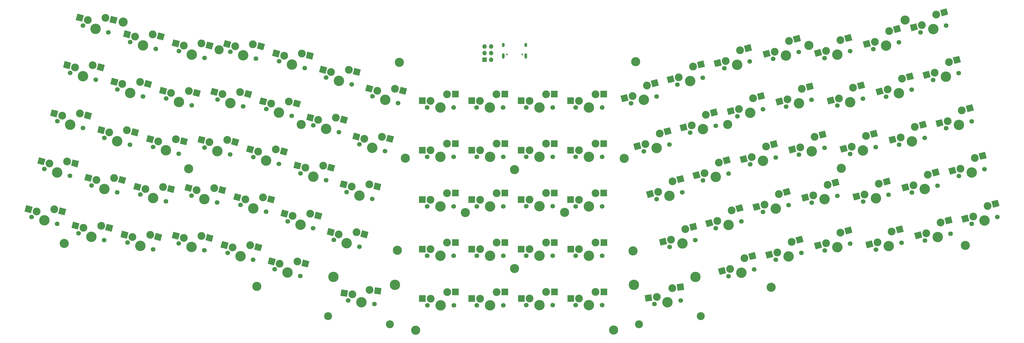
<source format=gbs>
G04 #@! TF.GenerationSoftware,KiCad,Pcbnew,(5.1.10)-1*
G04 #@! TF.CreationDate,2021-09-21T17:17:46+01:00*
G04 #@! TF.ProjectId,superlyra-hs,73757065-726c-4797-9261-2d68732e6b69,0.1*
G04 #@! TF.SameCoordinates,Original*
G04 #@! TF.FileFunction,Soldermask,Bot*
G04 #@! TF.FilePolarity,Negative*
%FSLAX46Y46*%
G04 Gerber Fmt 4.6, Leading zero omitted, Abs format (unit mm)*
G04 Created by KiCad (PCBNEW (5.1.10)-1) date 2021-09-21 17:17:46*
%MOMM*%
%LPD*%
G01*
G04 APERTURE LIST*
%ADD10C,1.800000*%
%ADD11C,3.000000*%
%ADD12C,0.100000*%
%ADD13C,4.000000*%
%ADD14C,3.048000*%
%ADD15C,3.987800*%
%ADD16R,1.700000X1.700000*%
%ADD17O,1.700000X1.700000*%
%ADD18O,1.000000X1.600000*%
%ADD19C,0.650000*%
%ADD20O,1.000000X2.100000*%
%ADD21C,3.500000*%
%ADD22R,2.550000X2.500000*%
G04 APERTURE END LIST*
D10*
G04 #@! TO.C,SW79*
X146093460Y-175866927D03*
D11*
X154311343Y-171824997D03*
X147684132Y-173514425D03*
D12*
G36*
X158876780Y-171124917D02*
G01*
X158550464Y-173603529D01*
X156022280Y-173270687D01*
X156348596Y-170792075D01*
X158876780Y-171124917D01*
G37*
G36*
X145953894Y-171985504D02*
G01*
X145627578Y-174464116D01*
X143099394Y-174131274D01*
X143425710Y-171652662D01*
X145953894Y-171985504D01*
G37*
D10*
X156166540Y-177193073D03*
D13*
X151130000Y-176530000D03*
D14*
X138382406Y-181897021D03*
D15*
X140371625Y-166787401D03*
D14*
X162054143Y-185013464D03*
D15*
X164043362Y-169903844D03*
G04 #@! TD*
D10*
G04 #@! TO.C,SW84*
X263568460Y-177193073D03*
D11*
X270460197Y-171161924D03*
X264496059Y-174509035D03*
D12*
G36*
X274688876Y-169304076D02*
G01*
X275015192Y-171782688D01*
X272487008Y-172115530D01*
X272160692Y-169636918D01*
X274688876Y-169304076D01*
G37*
G36*
X262429062Y-173480029D02*
G01*
X262755378Y-175958641D01*
X260227194Y-176291483D01*
X259900878Y-173812871D01*
X262429062Y-173480029D01*
G37*
D10*
X273641540Y-175866927D03*
D13*
X268605000Y-176530000D03*
D14*
X257680857Y-185013464D03*
D15*
X255691638Y-169903844D03*
D14*
X281352594Y-181897021D03*
D15*
X279363375Y-166787401D03*
G04 #@! TD*
D12*
G04 #@! TO.C,SW16*
G36*
X338871446Y-73425928D02*
G01*
X339518493Y-75840743D01*
X337055382Y-76500732D01*
X336408335Y-74085917D01*
X338871446Y-73425928D01*
G37*
D10*
X328875887Y-82698940D03*
X338689693Y-80069338D03*
D13*
X333782790Y-81384139D03*
D11*
X334921441Y-75819835D03*
X329445212Y-79916788D03*
D12*
G36*
X327261588Y-79166382D02*
G01*
X327908635Y-81581197D01*
X325445524Y-82241186D01*
X324798477Y-79826371D01*
X327261588Y-79166382D01*
G37*
G04 #@! TD*
D16*
G04 #@! TO.C,J2*
X198374000Y-83312000D03*
D17*
X200914000Y-83312000D03*
X198374000Y-80772000D03*
X200914000Y-80772000D03*
X198374000Y-78232000D03*
X200914000Y-78232000D03*
G04 #@! TD*
D18*
G04 #@! TO.C,J1*
X205621997Y-77690000D03*
D19*
X207051997Y-81340000D03*
D18*
X214261997Y-77690000D03*
D19*
X212831997Y-81340000D03*
D20*
X214261997Y-81870000D03*
X205621997Y-81870000D03*
G04 #@! TD*
D21*
G04 #@! TO.C,H1*
X59690000Y-68834000D03*
G04 #@! TD*
G04 #@! TO.C,H2*
X37084000Y-153924000D03*
G04 #@! TD*
G04 #@! TO.C,H3*
X96520000Y-79502000D03*
G04 #@! TD*
G04 #@! TO.C,H4*
X84836000Y-125222000D03*
G04 #@! TD*
G04 #@! TO.C,H5*
X110998000Y-170434000D03*
G04 #@! TD*
G04 #@! TO.C,H6*
X128016000Y-108204000D03*
G04 #@! TD*
G04 #@! TO.C,H7*
X168021000Y-121158000D03*
G04 #@! TD*
G04 #@! TO.C,H8*
X164973000Y-156591000D03*
G04 #@! TD*
G04 #@! TO.C,H9*
X171958000Y-187325000D03*
G04 #@! TD*
G04 #@! TO.C,H10*
X165735000Y-84328000D03*
G04 #@! TD*
G04 #@! TO.C,H11*
X256413000Y-84074000D03*
G04 #@! TD*
G04 #@! TO.C,H12*
X251968000Y-121285000D03*
G04 #@! TD*
G04 #@! TO.C,H13*
X255397000Y-156845000D03*
G04 #@! TD*
G04 #@! TO.C,H14*
X322834000Y-77851000D03*
G04 #@! TD*
G04 #@! TO.C,H15*
X247904000Y-187198000D03*
G04 #@! TD*
G04 #@! TO.C,H16*
X308356000Y-170815000D03*
G04 #@! TD*
G04 #@! TO.C,H17*
X335280000Y-125095000D03*
G04 #@! TD*
G04 #@! TO.C,H18*
X191008000Y-142113000D03*
G04 #@! TD*
G04 #@! TO.C,H19*
X291719000Y-108204000D03*
G04 #@! TD*
G04 #@! TO.C,H20*
X359791000Y-68072000D03*
G04 #@! TD*
G04 #@! TO.C,H21*
X209931000Y-163576000D03*
G04 #@! TD*
G04 #@! TO.C,H22*
X229108000Y-141986000D03*
G04 #@! TD*
G04 #@! TO.C,H23*
X382905000Y-154686000D03*
G04 #@! TD*
G04 #@! TO.C,H24*
X209931000Y-125603000D03*
G04 #@! TD*
D12*
G04 #@! TO.C,SW1*
G36*
X44630381Y-66312228D02*
G01*
X43983334Y-68727043D01*
X41520223Y-68067054D01*
X42167270Y-65652239D01*
X44630381Y-66312228D01*
G37*
D11*
X46146253Y-68053911D03*
X52937282Y-67243960D03*
D13*
X49169030Y-71493463D03*
D10*
X54075933Y-72808264D03*
X44262127Y-70178662D03*
D12*
G36*
X57555040Y-67145778D02*
G01*
X56907993Y-69560593D01*
X54444882Y-68900604D01*
X55091929Y-66485789D01*
X57555040Y-67145778D01*
G37*
G04 #@! TD*
G04 #@! TO.C,SW2*
G36*
X62788380Y-72667799D02*
G01*
X62141333Y-75082614D01*
X59678222Y-74422625D01*
X60325269Y-72007810D01*
X62788380Y-72667799D01*
G37*
D11*
X64304252Y-74409482D03*
X71095281Y-73599531D03*
D13*
X67327029Y-77849034D03*
D10*
X72233932Y-79163835D03*
X62420126Y-76534233D03*
D12*
G36*
X75713039Y-73501349D02*
G01*
X75065992Y-75916164D01*
X72602881Y-75256175D01*
X73249928Y-72841360D01*
X75713039Y-73501349D01*
G37*
G04 #@! TD*
G04 #@! TO.C,SW3*
G36*
X81484904Y-76177057D02*
G01*
X80837857Y-78591872D01*
X78374746Y-77931883D01*
X79021793Y-75517068D01*
X81484904Y-76177057D01*
G37*
D11*
X83000776Y-77918740D03*
X89791805Y-77108789D03*
D13*
X86023553Y-81358292D03*
D10*
X90930456Y-82673093D03*
X81116650Y-80043491D03*
D12*
G36*
X94409563Y-77010607D02*
G01*
X93762516Y-79425422D01*
X91299405Y-78765433D01*
X91946452Y-76350618D01*
X94409563Y-77010607D01*
G37*
G04 #@! TD*
G04 #@! TO.C,SW4*
G36*
X114120726Y-77279816D02*
G01*
X113473679Y-79694631D01*
X111010568Y-79034642D01*
X111657615Y-76619827D01*
X114120726Y-77279816D01*
G37*
D10*
X100827813Y-80312700D03*
X110641619Y-82942302D03*
D13*
X105734716Y-81627501D03*
D11*
X109502968Y-77377998D03*
X102711939Y-78187949D03*
D12*
G36*
X101196067Y-76446266D02*
G01*
X100549020Y-78861081D01*
X98085909Y-78201092D01*
X98732956Y-75786277D01*
X101196067Y-76446266D01*
G37*
G04 #@! TD*
G04 #@! TO.C,SW5*
G36*
X119968611Y-80051965D02*
G01*
X119321564Y-82466780D01*
X116858453Y-81806791D01*
X117505500Y-79391976D01*
X119968611Y-80051965D01*
G37*
D11*
X121484483Y-81793648D03*
X128275512Y-80983697D03*
D13*
X124507260Y-85233200D03*
D10*
X129414163Y-86548001D03*
X119600357Y-83918399D03*
D12*
G36*
X132893270Y-80885515D02*
G01*
X132246223Y-83300330D01*
X129783112Y-82640341D01*
X130430159Y-80225526D01*
X132893270Y-80885515D01*
G37*
G04 #@! TD*
G04 #@! TO.C,SW6*
G36*
X150917812Y-87138934D02*
G01*
X150270765Y-89553749D01*
X147807654Y-88893760D01*
X148454701Y-86478945D01*
X150917812Y-87138934D01*
G37*
D10*
X137624899Y-90171818D03*
X147438705Y-92801420D03*
D13*
X142531802Y-91486619D03*
D11*
X146300054Y-87237116D03*
X139509025Y-88047067D03*
D12*
G36*
X137993153Y-86305384D02*
G01*
X137346106Y-88720199D01*
X134882995Y-88060210D01*
X135530042Y-85645395D01*
X137993153Y-86305384D01*
G37*
G04 #@! TD*
G04 #@! TO.C,SW7*
G36*
X155733458Y-93554203D02*
G01*
X155086411Y-95969018D01*
X152623300Y-95309029D01*
X153270347Y-92894214D01*
X155733458Y-93554203D01*
G37*
D11*
X157249330Y-95295886D03*
X164040359Y-94485935D03*
D13*
X160272107Y-98735438D03*
D10*
X165179010Y-100050239D03*
X155365204Y-97420637D03*
D12*
G36*
X168658117Y-94387753D02*
G01*
X168011070Y-96802568D01*
X165547959Y-96142579D01*
X166195006Y-93727764D01*
X168658117Y-94387753D01*
G37*
G04 #@! TD*
D22*
G04 #@! TO.C,SW8*
X187180027Y-96548860D03*
D10*
X176400027Y-101668860D03*
X186560027Y-101668860D03*
D13*
X181480027Y-101668860D03*
D11*
X184020027Y-96588860D03*
X177670027Y-99128860D03*
D22*
X174480027Y-99088860D03*
G04 #@! TD*
G04 #@! TO.C,SW9*
X193463938Y-99089622D03*
D11*
X196653938Y-99129622D03*
X203003938Y-96589622D03*
D13*
X200463938Y-101669622D03*
D10*
X205543938Y-101669622D03*
X195383938Y-101669622D03*
D22*
X206163938Y-96549622D03*
G04 #@! TD*
G04 #@! TO.C,SW10*
X225168099Y-96549850D03*
D10*
X214388099Y-101669850D03*
X224548099Y-101669850D03*
D13*
X219468099Y-101669850D03*
D11*
X222008099Y-96589850D03*
X215658099Y-99129850D03*
D22*
X212468099Y-99089850D03*
G04 #@! TD*
G04 #@! TO.C,SW11*
X231456946Y-99089702D03*
D11*
X234646946Y-99129702D03*
X240996946Y-96589702D03*
D13*
X238456946Y-101669702D03*
D10*
X243536946Y-101669702D03*
X233376946Y-101669702D03*
D22*
X244156946Y-96549702D03*
G04 #@! TD*
D12*
G04 #@! TO.C,SW12*
G36*
X264631579Y-90820404D02*
G01*
X265278626Y-93235219D01*
X262815515Y-93895208D01*
X262168468Y-91480393D01*
X264631579Y-90820404D01*
G37*
D10*
X254636020Y-100093416D03*
X264449826Y-97463814D03*
D13*
X259542923Y-98778615D03*
D11*
X260681574Y-93214311D03*
X255205345Y-97311264D03*
D12*
G36*
X253021721Y-96560858D02*
G01*
X253668768Y-98975673D01*
X251205657Y-99635662D01*
X250558610Y-97220847D01*
X253021721Y-96560858D01*
G37*
G04 #@! TD*
G04 #@! TO.C,SW13*
G36*
X282351671Y-83592802D02*
G01*
X282998718Y-86007617D01*
X280535607Y-86667606D01*
X279888560Y-84252791D01*
X282351671Y-83592802D01*
G37*
D10*
X272356112Y-92865814D03*
X282169918Y-90236212D03*
D13*
X277263015Y-91551013D03*
D11*
X278401666Y-85986709D03*
X272925437Y-90083662D03*
D12*
G36*
X270741813Y-89333256D02*
G01*
X271388860Y-91748071D01*
X268925749Y-92408060D01*
X268278702Y-89993245D01*
X270741813Y-89333256D01*
G37*
G04 #@! TD*
G04 #@! TO.C,SW14*
G36*
X300387679Y-77340187D02*
G01*
X301034726Y-79755002D01*
X298571615Y-80414991D01*
X297924568Y-78000176D01*
X300387679Y-77340187D01*
G37*
D10*
X290392120Y-86613199D03*
X300205926Y-83983597D03*
D13*
X295299023Y-85298398D03*
D11*
X296437674Y-79734094D03*
X290961445Y-83831047D03*
D12*
G36*
X288777821Y-83080641D02*
G01*
X289424868Y-85495456D01*
X286961757Y-86155445D01*
X286314710Y-83740630D01*
X288777821Y-83080641D01*
G37*
G04 #@! TD*
G04 #@! TO.C,SW15*
G36*
X307562762Y-79498229D02*
G01*
X308209809Y-81913044D01*
X305746698Y-82573033D01*
X305099651Y-80158218D01*
X307562762Y-79498229D01*
G37*
D11*
X309746386Y-80248635D03*
X315222615Y-76151682D03*
D13*
X314083964Y-81715986D03*
D10*
X318990867Y-80401185D03*
X309177061Y-83030787D03*
D12*
G36*
X319172620Y-73757775D02*
G01*
X319819667Y-76172590D01*
X317356556Y-76832579D01*
X316709509Y-74417764D01*
X319172620Y-73757775D01*
G37*
G04 #@! TD*
G04 #@! TO.C,SW17*
G36*
X345996564Y-75714233D02*
G01*
X346643611Y-78129048D01*
X344180500Y-78789037D01*
X343533453Y-76374222D01*
X345996564Y-75714233D01*
G37*
D11*
X348180188Y-76464639D03*
X353656417Y-72367686D03*
D13*
X352517766Y-77931990D03*
D10*
X357424669Y-76617189D03*
X347610863Y-79246791D03*
D12*
G36*
X357606422Y-69973779D02*
G01*
X358253469Y-72388594D01*
X355790358Y-73048583D01*
X355143311Y-70633768D01*
X357606422Y-69973779D01*
G37*
G04 #@! TD*
G04 #@! TO.C,SW18*
G36*
X375668117Y-63581490D02*
G01*
X376315164Y-65996305D01*
X373852053Y-66656294D01*
X373205006Y-64241479D01*
X375668117Y-63581490D01*
G37*
D10*
X365672558Y-72854502D03*
X375486364Y-70224900D03*
D13*
X370579461Y-71539701D03*
D11*
X371718112Y-65975397D03*
X366241883Y-70072350D03*
D12*
G36*
X364058259Y-69321944D02*
G01*
X364705306Y-71736759D01*
X362242195Y-72396748D01*
X361595148Y-69981933D01*
X364058259Y-69321944D01*
G37*
G04 #@! TD*
G04 #@! TO.C,SW19*
G36*
X39761844Y-84541209D02*
G01*
X39114797Y-86956024D01*
X36651686Y-86296035D01*
X37298733Y-83881220D01*
X39761844Y-84541209D01*
G37*
D11*
X41277716Y-86282892D03*
X48068745Y-85472941D03*
D13*
X44300493Y-89722444D03*
D10*
X49207396Y-91037245D03*
X39393590Y-88407643D03*
D12*
G36*
X52686503Y-85374759D02*
G01*
X52039456Y-87789574D01*
X49576345Y-87129585D01*
X50223392Y-84714770D01*
X52686503Y-85374759D01*
G37*
G04 #@! TD*
G04 #@! TO.C,SW20*
G36*
X70816272Y-91767485D02*
G01*
X70169225Y-94182300D01*
X67706114Y-93522311D01*
X68353161Y-91107496D01*
X70816272Y-91767485D01*
G37*
D10*
X57523359Y-94800369D03*
X67337165Y-97429971D03*
D13*
X62430262Y-96115170D03*
D11*
X66198514Y-91865667D03*
X59407485Y-92675618D03*
D12*
G36*
X57891613Y-90933935D02*
G01*
X57244566Y-93348750D01*
X54781455Y-92688761D01*
X55428502Y-90273946D01*
X57891613Y-90933935D01*
G37*
G04 #@! TD*
G04 #@! TO.C,SW21*
G36*
X76592522Y-94403940D02*
G01*
X75945475Y-96818755D01*
X73482364Y-96158766D01*
X74129411Y-93743951D01*
X76592522Y-94403940D01*
G37*
D11*
X78108394Y-96145623D03*
X84899423Y-95335672D03*
D13*
X81131171Y-99585175D03*
D10*
X86038074Y-100899976D03*
X76224268Y-98270374D03*
D12*
G36*
X89517181Y-95237490D02*
G01*
X88870134Y-97652305D01*
X86407023Y-96992316D01*
X87054070Y-94577501D01*
X89517181Y-95237490D01*
G37*
G04 #@! TD*
G04 #@! TO.C,SW22*
G36*
X109207394Y-95648865D02*
G01*
X108560347Y-98063680D01*
X106097236Y-97403691D01*
X106744283Y-94988876D01*
X109207394Y-95648865D01*
G37*
D10*
X95914481Y-98681749D03*
X105728287Y-101311351D03*
D13*
X100821384Y-99996550D03*
D11*
X104589636Y-95747047D03*
X97798607Y-96556998D03*
D12*
G36*
X96282735Y-94815315D02*
G01*
X95635688Y-97230130D01*
X93172577Y-96570141D01*
X93819624Y-94155326D01*
X96282735Y-94815315D01*
G37*
G04 #@! TD*
G04 #@! TO.C,SW23*
G36*
X114986904Y-98469176D02*
G01*
X114339857Y-100883991D01*
X111876746Y-100224002D01*
X112523793Y-97809187D01*
X114986904Y-98469176D01*
G37*
D11*
X116502776Y-100210859D03*
X123293805Y-99400908D03*
D13*
X119525553Y-103650411D03*
D10*
X124432456Y-104965212D03*
X114618650Y-102335610D03*
D12*
G36*
X127911563Y-99302726D02*
G01*
X127264516Y-101717541D01*
X124801405Y-101057552D01*
X125448452Y-98642737D01*
X127911563Y-99302726D01*
G37*
G04 #@! TD*
G04 #@! TO.C,SW24*
G36*
X133063055Y-104701671D02*
G01*
X132416008Y-107116486D01*
X129952897Y-106456497D01*
X130599944Y-104041682D01*
X133063055Y-104701671D01*
G37*
D11*
X134578927Y-106443354D03*
X141369956Y-105633403D03*
D13*
X137601704Y-109882906D03*
D10*
X142508607Y-111197707D03*
X132694801Y-108568105D03*
D12*
G36*
X145987714Y-105535221D02*
G01*
X145340667Y-107950036D01*
X142877556Y-107290047D01*
X143524603Y-104875232D01*
X145987714Y-105535221D01*
G37*
G04 #@! TD*
G04 #@! TO.C,SW25*
G36*
X163680964Y-112833095D02*
G01*
X163033917Y-115247910D01*
X160570806Y-114587921D01*
X161217853Y-112173106D01*
X163680964Y-112833095D01*
G37*
D10*
X150388051Y-115865979D03*
X160201857Y-118495581D03*
D13*
X155294954Y-117180780D03*
D11*
X159063206Y-112931277D03*
X152272177Y-113741228D03*
D12*
G36*
X150756305Y-111999545D02*
G01*
X150109258Y-114414360D01*
X147646147Y-113754371D01*
X148293194Y-111339556D01*
X150756305Y-111999545D01*
G37*
G04 #@! TD*
D22*
G04 #@! TO.C,SW26*
X174482461Y-118107059D03*
D11*
X177672461Y-118147059D03*
X184022461Y-115607059D03*
D13*
X181482461Y-120687059D03*
D10*
X186562461Y-120687059D03*
X176402461Y-120687059D03*
D22*
X187182461Y-115567059D03*
G04 #@! TD*
G04 #@! TO.C,SW27*
X206169234Y-115568156D03*
D10*
X195389234Y-120688156D03*
X205549234Y-120688156D03*
D13*
X200469234Y-120688156D03*
D11*
X203009234Y-115608156D03*
X196659234Y-118148156D03*
D22*
X193469234Y-118108156D03*
G04 #@! TD*
G04 #@! TO.C,SW28*
X212459244Y-118108139D03*
D11*
X215649244Y-118148139D03*
X221999244Y-115608139D03*
D13*
X219459244Y-120688139D03*
D10*
X224539244Y-120688139D03*
X214379244Y-120688139D03*
D22*
X225159244Y-115568139D03*
G04 #@! TD*
G04 #@! TO.C,SW29*
X244140303Y-115568345D03*
D10*
X233360303Y-120688345D03*
X243520303Y-120688345D03*
D13*
X238440303Y-120688345D03*
D11*
X240980303Y-115608345D03*
X234630303Y-118148345D03*
D22*
X231440303Y-118108345D03*
G04 #@! TD*
D12*
G04 #@! TO.C,SW30*
G36*
X257931094Y-115031776D02*
G01*
X258578141Y-117446591D01*
X256115030Y-118106580D01*
X255467983Y-115691765D01*
X257931094Y-115031776D01*
G37*
D11*
X260114718Y-115782182D03*
X265590947Y-111685229D03*
D13*
X264452296Y-117249533D03*
D10*
X269359199Y-115934732D03*
X259545393Y-118564334D03*
D12*
G36*
X269540952Y-109291322D02*
G01*
X270187999Y-111706137D01*
X267724888Y-112366126D01*
X267077841Y-109951311D01*
X269540952Y-109291322D01*
G37*
G04 #@! TD*
G04 #@! TO.C,SW31*
G36*
X287293065Y-102076025D02*
G01*
X287940112Y-104490840D01*
X285477001Y-105150829D01*
X284829954Y-102736014D01*
X287293065Y-102076025D01*
G37*
D10*
X277297506Y-111349037D03*
X287111312Y-108719435D03*
D13*
X282204409Y-110034236D03*
D11*
X283343060Y-104469932D03*
X277866831Y-108566885D03*
D12*
G36*
X275683207Y-107816479D02*
G01*
X276330254Y-110231294D01*
X273867143Y-110891283D01*
X273220096Y-108476468D01*
X275683207Y-107816479D01*
G37*
G04 #@! TD*
G04 #@! TO.C,SW32*
G36*
X293790713Y-101518455D02*
G01*
X294437760Y-103933270D01*
X291974649Y-104593259D01*
X291327602Y-102178444D01*
X293790713Y-101518455D01*
G37*
D11*
X295974337Y-102268861D03*
X301450566Y-98171908D03*
D13*
X300311915Y-103736212D03*
D10*
X305218818Y-102421411D03*
X295405012Y-105051013D03*
D12*
G36*
X305400571Y-95778001D02*
G01*
X306047618Y-98192816D01*
X303584507Y-98852805D01*
X302937460Y-96437990D01*
X305400571Y-95778001D01*
G37*
G04 #@! TD*
G04 #@! TO.C,SW33*
G36*
X324093379Y-92102567D02*
G01*
X324740426Y-94517382D01*
X322277315Y-95177371D01*
X321630268Y-92762556D01*
X324093379Y-92102567D01*
G37*
D10*
X314097820Y-101375579D03*
X323911626Y-98745977D03*
D13*
X319004723Y-100060778D03*
D11*
X320143374Y-94496474D03*
X314667145Y-98593427D03*
D12*
G36*
X312483521Y-97843021D02*
G01*
X313130568Y-100257836D01*
X310667457Y-100917825D01*
X310020410Y-98503010D01*
X312483521Y-97843021D01*
G37*
G04 #@! TD*
G04 #@! TO.C,SW34*
G36*
X343766083Y-91707360D02*
G01*
X344413130Y-94122175D01*
X341950019Y-94782164D01*
X341302972Y-92367349D01*
X343766083Y-91707360D01*
G37*
D10*
X333770524Y-100980372D03*
X343584330Y-98350770D03*
D13*
X338677427Y-99665571D03*
D11*
X339816078Y-94101267D03*
X334339849Y-98198220D03*
D12*
G36*
X332156225Y-97447814D02*
G01*
X332803272Y-99862629D01*
X330340161Y-100522618D01*
X329693114Y-98107803D01*
X332156225Y-97447814D01*
G37*
G04 #@! TD*
G04 #@! TO.C,SW35*
G36*
X362514463Y-88243036D02*
G01*
X363161510Y-90657851D01*
X360698399Y-91317840D01*
X360051352Y-88903025D01*
X362514463Y-88243036D01*
G37*
D10*
X352518904Y-97516048D03*
X362332710Y-94886446D03*
D13*
X357425807Y-96201247D03*
D11*
X358564458Y-90636943D03*
X353088229Y-94733896D03*
D12*
G36*
X350904605Y-93983490D02*
G01*
X351551652Y-96398305D01*
X349088541Y-97058294D01*
X348441494Y-94643479D01*
X350904605Y-93983490D01*
G37*
G04 #@! TD*
G04 #@! TO.C,SW36*
G36*
X368936421Y-87592815D02*
G01*
X369583468Y-90007630D01*
X367120357Y-90667619D01*
X366473310Y-88252804D01*
X368936421Y-87592815D01*
G37*
D11*
X371120045Y-88343221D03*
X376596274Y-84246268D03*
D13*
X375457623Y-89810572D03*
D10*
X380364526Y-88495771D03*
X370550720Y-91125373D03*
D12*
G36*
X380546279Y-81852361D02*
G01*
X381193326Y-84267176D01*
X378730215Y-84927165D01*
X378083168Y-82512350D01*
X380546279Y-81852361D01*
G37*
G04 #@! TD*
G04 #@! TO.C,SW37*
G36*
X47754997Y-103922123D02*
G01*
X47107950Y-106336938D01*
X44644839Y-105676949D01*
X45291886Y-103262134D01*
X47754997Y-103922123D01*
G37*
D10*
X34462084Y-106955007D03*
X44275890Y-109584609D03*
D13*
X39368987Y-108269808D03*
D11*
X43137239Y-104020305D03*
X36346210Y-104830256D03*
D12*
G36*
X34830338Y-103088573D02*
G01*
X34183291Y-105503388D01*
X31720180Y-104843399D01*
X32367227Y-102428584D01*
X34830338Y-103088573D01*
G37*
G04 #@! TD*
G04 #@! TO.C,SW38*
G36*
X52880918Y-109506320D02*
G01*
X52233871Y-111921135D01*
X49770760Y-111261146D01*
X50417807Y-108846331D01*
X52880918Y-109506320D01*
G37*
D11*
X54396790Y-111248003D03*
X61187819Y-110438052D03*
D13*
X57419567Y-114687555D03*
D10*
X62326470Y-116002356D03*
X52512664Y-113372754D03*
D12*
G36*
X65805577Y-110339870D02*
G01*
X65158530Y-112754685D01*
X62695419Y-112094696D01*
X63342466Y-109679881D01*
X65805577Y-110339870D01*
G37*
G04 #@! TD*
G04 #@! TO.C,SW39*
G36*
X84555292Y-113798125D02*
G01*
X83908245Y-116212940D01*
X81445134Y-115552951D01*
X82092181Y-113138136D01*
X84555292Y-113798125D01*
G37*
D10*
X71262379Y-116831009D03*
X81076185Y-119460611D03*
D13*
X76169282Y-118145810D03*
D11*
X79937534Y-113896307D03*
X73146505Y-114706258D03*
D12*
G36*
X71630633Y-112964575D02*
G01*
X70983586Y-115379390D01*
X68520475Y-114719401D01*
X69167522Y-112304586D01*
X71630633Y-112964575D01*
G37*
G04 #@! TD*
G04 #@! TO.C,SW40*
G36*
X91328933Y-113254222D02*
G01*
X90681886Y-115669037D01*
X88218775Y-115009048D01*
X88865822Y-112594233D01*
X91328933Y-113254222D01*
G37*
D11*
X92844805Y-114995905D03*
X99635834Y-114185954D03*
D13*
X95867582Y-118435457D03*
D10*
X100774485Y-119750258D03*
X90960679Y-117120656D03*
D12*
G36*
X104253592Y-114087772D02*
G01*
X103606545Y-116502587D01*
X101143434Y-115842598D01*
X101790481Y-113427783D01*
X104253592Y-114087772D01*
G37*
G04 #@! TD*
G04 #@! TO.C,SW41*
G36*
X122934012Y-117722210D02*
G01*
X122286965Y-120137025D01*
X119823854Y-119477036D01*
X120470901Y-117062221D01*
X122934012Y-117722210D01*
G37*
D10*
X109641099Y-120755094D03*
X119454905Y-123384696D03*
D13*
X114548002Y-122069895D03*
D11*
X118316254Y-117820392D03*
X111525225Y-118630343D03*
D12*
G36*
X110009353Y-116888660D02*
G01*
X109362306Y-119303475D01*
X106899195Y-118643486D01*
X107546242Y-116228671D01*
X110009353Y-116888660D01*
G37*
G04 #@! TD*
G04 #@! TO.C,SW42*
G36*
X128159991Y-123119357D02*
G01*
X127512944Y-125534172D01*
X125049833Y-124874183D01*
X125696880Y-122459368D01*
X128159991Y-123119357D01*
G37*
D11*
X129675863Y-124861040D03*
X136466892Y-124051089D03*
D13*
X132698640Y-128300592D03*
D10*
X137605543Y-129615393D03*
X127791737Y-126985791D03*
D12*
G36*
X141084650Y-123952907D02*
G01*
X140437603Y-126367722D01*
X137974492Y-125707733D01*
X138621539Y-123292918D01*
X141084650Y-123952907D01*
G37*
G04 #@! TD*
G04 #@! TO.C,SW43*
G36*
X158798991Y-131183346D02*
G01*
X158151944Y-133598161D01*
X155688833Y-132938172D01*
X156335880Y-130523357D01*
X158798991Y-131183346D01*
G37*
D10*
X145506078Y-134216230D03*
X155319884Y-136845832D03*
D13*
X150412981Y-135531031D03*
D11*
X154181233Y-131281528D03*
X147390204Y-132091479D03*
D12*
G36*
X145874332Y-130349796D02*
G01*
X145227285Y-132764611D01*
X142764174Y-132104622D01*
X143411221Y-129689807D01*
X145874332Y-130349796D01*
G37*
G04 #@! TD*
D22*
G04 #@! TO.C,SW44*
X174479982Y-137117890D03*
D11*
X177669982Y-137157890D03*
X184019982Y-134617890D03*
D13*
X181479982Y-139697890D03*
D10*
X186559982Y-139697890D03*
X176399982Y-139697890D03*
D22*
X187179982Y-134577890D03*
G04 #@! TD*
G04 #@! TO.C,SW45*
X193481210Y-137109145D03*
D11*
X196671210Y-137149145D03*
X203021210Y-134609145D03*
D13*
X200481210Y-139689145D03*
D10*
X205561210Y-139689145D03*
X195401210Y-139689145D03*
D22*
X206181210Y-134569145D03*
G04 #@! TD*
G04 #@! TO.C,SW46*
X212457600Y-137097803D03*
D11*
X215647600Y-137137803D03*
X221997600Y-134597803D03*
D13*
X219457600Y-139677803D03*
D10*
X224537600Y-139677803D03*
X214377600Y-139677803D03*
D22*
X225157600Y-134557803D03*
G04 #@! TD*
G04 #@! TO.C,SW47*
X244154704Y-134564832D03*
D10*
X233374704Y-139684832D03*
X243534704Y-139684832D03*
D13*
X238454704Y-139684832D03*
D11*
X240994704Y-134604832D03*
X234644704Y-137144832D03*
D22*
X231454704Y-137104832D03*
G04 #@! TD*
D12*
G04 #@! TO.C,SW48*
G36*
X262859010Y-133399669D02*
G01*
X263506057Y-135814484D01*
X261042946Y-136474473D01*
X260395899Y-134059658D01*
X262859010Y-133399669D01*
G37*
D11*
X265042634Y-134150075D03*
X270518863Y-130053122D03*
D13*
X269380212Y-135617426D03*
D10*
X274287115Y-134302625D03*
X264473309Y-136932227D03*
D12*
G36*
X274468868Y-127659215D02*
G01*
X275115915Y-130074030D01*
X272652804Y-130734019D01*
X272005757Y-128319204D01*
X274468868Y-127659215D01*
G37*
G04 #@! TD*
G04 #@! TO.C,SW49*
G36*
X292223112Y-120445641D02*
G01*
X292870159Y-122860456D01*
X290407048Y-123520445D01*
X289760001Y-121105630D01*
X292223112Y-120445641D01*
G37*
D10*
X282227553Y-129718653D03*
X292041359Y-127089051D03*
D13*
X287134456Y-128403852D03*
D11*
X288273107Y-122839548D03*
X282796878Y-126936501D03*
D12*
G36*
X280613254Y-126186095D02*
G01*
X281260301Y-128600910D01*
X278797190Y-129260899D01*
X278150143Y-126846084D01*
X280613254Y-126186095D01*
G37*
G04 #@! TD*
G04 #@! TO.C,SW50*
G36*
X298733675Y-119996353D02*
G01*
X299380722Y-122411168D01*
X296917611Y-123071157D01*
X296270564Y-120656342D01*
X298733675Y-119996353D01*
G37*
D11*
X300917299Y-120746759D03*
X306393528Y-116649806D03*
D13*
X305254877Y-122214110D03*
D10*
X310161780Y-120899309D03*
X300347974Y-123528911D03*
D12*
G36*
X310343533Y-114255899D02*
G01*
X310990580Y-116670714D01*
X308527469Y-117330703D01*
X307880422Y-114915888D01*
X310343533Y-114255899D01*
G37*
G04 #@! TD*
G04 #@! TO.C,SW51*
G36*
X329010245Y-110566803D02*
G01*
X329657292Y-112981618D01*
X327194181Y-113641607D01*
X326547134Y-111226792D01*
X329010245Y-110566803D01*
G37*
D10*
X319014686Y-119839815D03*
X328828492Y-117210213D03*
D13*
X323921589Y-118525014D03*
D11*
X325060240Y-112960710D03*
X319584011Y-117057663D03*
D12*
G36*
X317400387Y-116307257D02*
G01*
X318047434Y-118722072D01*
X315584323Y-119382061D01*
X314937276Y-116967246D01*
X317400387Y-116307257D01*
G37*
G04 #@! TD*
G04 #@! TO.C,SW52*
G36*
X337107807Y-116000715D02*
G01*
X337754854Y-118415530D01*
X335291743Y-119075519D01*
X334644696Y-116660704D01*
X337107807Y-116000715D01*
G37*
D11*
X339291431Y-116751121D03*
X344767660Y-112654168D03*
D13*
X343629009Y-118218472D03*
D10*
X348535912Y-116903671D03*
X338722106Y-119533273D03*
D12*
G36*
X348717665Y-110260261D02*
G01*
X349364712Y-112675076D01*
X346901601Y-113335065D01*
X346254554Y-110920250D01*
X348717665Y-110260261D01*
G37*
G04 #@! TD*
G04 #@! TO.C,SW53*
G36*
X367471041Y-106766773D02*
G01*
X368118088Y-109181588D01*
X365654977Y-109841577D01*
X365007930Y-107426762D01*
X367471041Y-106766773D01*
G37*
D10*
X357475482Y-116039785D03*
X367289288Y-113410183D03*
D13*
X362382385Y-114724984D03*
D11*
X363521036Y-109160680D03*
X358044807Y-113257633D03*
D12*
G36*
X355861183Y-112507227D02*
G01*
X356508230Y-114922042D01*
X354045119Y-115582031D01*
X353398072Y-113167216D01*
X355861183Y-112507227D01*
G37*
G04 #@! TD*
G04 #@! TO.C,SW54*
G36*
X373896165Y-106162685D02*
G01*
X374543212Y-108577500D01*
X372080101Y-109237489D01*
X371433054Y-106822674D01*
X373896165Y-106162685D01*
G37*
D11*
X376079789Y-106913091D03*
X381556018Y-102816138D03*
D13*
X380417367Y-108380442D03*
D10*
X385324270Y-107065641D03*
X375510464Y-109695243D03*
D12*
G36*
X385506023Y-100422231D02*
G01*
X386153070Y-102837046D01*
X383689959Y-103497035D01*
X383042912Y-101082220D01*
X385506023Y-100422231D01*
G37*
G04 #@! TD*
G04 #@! TO.C,SW55*
G36*
X42816969Y-122311177D02*
G01*
X42169922Y-124725992D01*
X39706811Y-124066003D01*
X40353858Y-121651188D01*
X42816969Y-122311177D01*
G37*
D10*
X29524056Y-125344061D03*
X39337862Y-127973663D03*
D13*
X34430959Y-126658862D03*
D11*
X38199211Y-122409359D03*
X31408182Y-123219310D03*
D12*
G36*
X29892310Y-121477627D02*
G01*
X29245263Y-123892442D01*
X26782152Y-123232453D01*
X27429199Y-120817638D01*
X29892310Y-121477627D01*
G37*
G04 #@! TD*
G04 #@! TO.C,SW56*
G36*
X60871171Y-128674552D02*
G01*
X60224124Y-131089367D01*
X57761013Y-130429378D01*
X58408060Y-128014563D01*
X60871171Y-128674552D01*
G37*
D10*
X47578258Y-131707436D03*
X57392064Y-134337038D03*
D13*
X52485161Y-133022237D03*
D11*
X56253413Y-128772734D03*
X49462384Y-129582685D03*
D12*
G36*
X47946512Y-127841002D02*
G01*
X47299465Y-130255817D01*
X44836354Y-129595828D01*
X45483401Y-127181013D01*
X47946512Y-127841002D01*
G37*
G04 #@! TD*
G04 #@! TO.C,SW57*
G36*
X79640445Y-132140854D02*
G01*
X78993398Y-134555669D01*
X76530287Y-133895680D01*
X77177334Y-131480865D01*
X79640445Y-132140854D01*
G37*
D10*
X66347532Y-135173738D03*
X76161338Y-137803340D03*
D13*
X71254435Y-136488539D03*
D11*
X75022687Y-132239036D03*
X68231658Y-133048987D03*
D12*
G36*
X66715786Y-131307304D02*
G01*
X66068739Y-133722119D01*
X63605628Y-133062130D01*
X64252675Y-130647315D01*
X66715786Y-131307304D01*
G37*
G04 #@! TD*
G04 #@! TO.C,SW58*
G36*
X86353521Y-131720340D02*
G01*
X85706474Y-134135155D01*
X83243363Y-133475166D01*
X83890410Y-131060351D01*
X86353521Y-131720340D01*
G37*
D11*
X87869393Y-133462023D03*
X94660422Y-132652072D03*
D13*
X90892170Y-136901575D03*
D10*
X95799073Y-138216376D03*
X85985267Y-135586774D03*
D12*
G36*
X99278180Y-132553890D02*
G01*
X98631133Y-134968705D01*
X96168022Y-134308716D01*
X96815069Y-131893901D01*
X99278180Y-132553890D01*
G37*
G04 #@! TD*
G04 #@! TO.C,SW59*
G36*
X118028714Y-136131570D02*
G01*
X117381667Y-138546385D01*
X114918556Y-137886396D01*
X115565603Y-135471581D01*
X118028714Y-136131570D01*
G37*
D10*
X104735801Y-139164454D03*
X114549607Y-141794056D03*
D13*
X109642704Y-140479255D03*
D11*
X113410956Y-136229752D03*
X106619927Y-137039703D03*
D12*
G36*
X105104055Y-135298020D02*
G01*
X104457008Y-137712835D01*
X101993897Y-137052846D01*
X102640944Y-134638031D01*
X105104055Y-135298020D01*
G37*
G04 #@! TD*
G04 #@! TO.C,SW60*
G36*
X123205126Y-141585257D02*
G01*
X122558079Y-144000072D01*
X120094968Y-143340083D01*
X120742015Y-140925268D01*
X123205126Y-141585257D01*
G37*
D11*
X124720998Y-143326940D03*
X131512027Y-142516989D03*
D13*
X127743775Y-146766492D03*
D10*
X132650678Y-148081293D03*
X122836872Y-145451691D03*
D12*
G36*
X136129785Y-142418807D02*
G01*
X135482738Y-144833622D01*
X133019627Y-144173633D01*
X133666674Y-141758818D01*
X136129785Y-142418807D01*
G37*
G04 #@! TD*
G04 #@! TO.C,SW61*
G36*
X153871866Y-149550666D02*
G01*
X153224819Y-151965481D01*
X150761708Y-151305492D01*
X151408755Y-148890677D01*
X153871866Y-149550666D01*
G37*
D10*
X140578953Y-152583550D03*
X150392759Y-155213152D03*
D13*
X145485856Y-153898351D03*
D11*
X149254108Y-149648848D03*
X142463079Y-150458799D03*
D12*
G36*
X140947207Y-148717116D02*
G01*
X140300160Y-151131931D01*
X137837049Y-150471942D01*
X138484096Y-148057127D01*
X140947207Y-148717116D01*
G37*
G04 #@! TD*
D22*
G04 #@! TO.C,SW62*
X174490210Y-156139962D03*
D11*
X177680210Y-156179962D03*
X184030210Y-153639962D03*
D13*
X181490210Y-158719962D03*
D10*
X186570210Y-158719962D03*
X176410210Y-158719962D03*
D22*
X187190210Y-153599962D03*
G04 #@! TD*
G04 #@! TO.C,SW63*
X206181345Y-153600277D03*
D10*
X195401345Y-158720277D03*
X205561345Y-158720277D03*
D13*
X200481345Y-158720277D03*
D11*
X203021345Y-153640277D03*
X196671345Y-156180277D03*
D22*
X193481345Y-156140277D03*
G04 #@! TD*
G04 #@! TO.C,SW64*
X212474685Y-156123844D03*
D11*
X215664685Y-156163844D03*
X222014685Y-153623844D03*
D13*
X219474685Y-158703844D03*
D10*
X224554685Y-158703844D03*
X214394685Y-158703844D03*
D22*
X225174685Y-153583844D03*
G04 #@! TD*
G04 #@! TO.C,SW65*
X244166643Y-153581118D03*
D10*
X233386643Y-158701118D03*
X243546643Y-158701118D03*
D13*
X238466643Y-158701118D03*
D11*
X241006643Y-153621118D03*
X234656643Y-156161118D03*
D22*
X231466643Y-156121118D03*
G04 #@! TD*
D12*
G04 #@! TO.C,SW66*
G36*
X267795243Y-151755531D02*
G01*
X268442290Y-154170346D01*
X265979179Y-154830335D01*
X265332132Y-152415520D01*
X267795243Y-151755531D01*
G37*
D11*
X269978867Y-152505937D03*
X275455096Y-148408984D03*
D13*
X274316445Y-153973288D03*
D10*
X279223348Y-152658487D03*
X269409542Y-155288089D03*
D12*
G36*
X279405101Y-146015077D02*
G01*
X280052148Y-148429892D01*
X277589037Y-149089881D01*
X276941990Y-146675066D01*
X279405101Y-146015077D01*
G37*
G04 #@! TD*
G04 #@! TO.C,SW67*
G36*
X285540772Y-144600007D02*
G01*
X286187819Y-147014822D01*
X283724708Y-147674811D01*
X283077661Y-145259996D01*
X285540772Y-144600007D01*
G37*
D11*
X287724396Y-145350413D03*
X293200625Y-141253460D03*
D13*
X292061974Y-146817764D03*
D10*
X296968877Y-145502963D03*
X287155071Y-148132565D03*
D12*
G36*
X297150630Y-138859553D02*
G01*
X297797677Y-141274368D01*
X295334566Y-141934357D01*
X294687519Y-139519542D01*
X297150630Y-138859553D01*
G37*
G04 #@! TD*
G04 #@! TO.C,SW68*
G36*
X303662996Y-138329582D02*
G01*
X304310043Y-140744397D01*
X301846932Y-141404386D01*
X301199885Y-138989571D01*
X303662996Y-138329582D01*
G37*
D11*
X305846620Y-139079988D03*
X311322849Y-134983035D03*
D13*
X310184198Y-140547339D03*
D10*
X315091101Y-139232538D03*
X305277295Y-141862140D03*
D12*
G36*
X315272854Y-132589128D02*
G01*
X315919901Y-135003943D01*
X313456790Y-135663932D01*
X312809743Y-133249117D01*
X315272854Y-132589128D01*
G37*
G04 #@! TD*
G04 #@! TO.C,SW69*
G36*
X333970851Y-129003740D02*
G01*
X334617898Y-131418555D01*
X332154787Y-132078544D01*
X331507740Y-129663729D01*
X333970851Y-129003740D01*
G37*
D10*
X323975292Y-138276752D03*
X333789098Y-135647150D03*
D13*
X328882195Y-136961951D03*
D11*
X330020846Y-131397647D03*
X324544617Y-135494600D03*
D12*
G36*
X322360993Y-134744194D02*
G01*
X323008040Y-137159009D01*
X320544929Y-137818998D01*
X319897882Y-135404183D01*
X322360993Y-134744194D01*
G37*
G04 #@! TD*
G04 #@! TO.C,SW70*
G36*
X342032966Y-134360294D02*
G01*
X342680013Y-136775109D01*
X340216902Y-137435098D01*
X339569855Y-135020283D01*
X342032966Y-134360294D01*
G37*
D11*
X344216590Y-135110700D03*
X349692819Y-131013747D03*
D13*
X348554168Y-136578051D03*
D10*
X353461071Y-135263250D03*
X343647265Y-137892852D03*
D12*
G36*
X353642824Y-128619840D02*
G01*
X354289871Y-131034655D01*
X351826760Y-131694644D01*
X351179713Y-129279829D01*
X353642824Y-128619840D01*
G37*
G04 #@! TD*
G04 #@! TO.C,SW71*
G36*
X372417831Y-125114284D02*
G01*
X373064878Y-127529099D01*
X370601767Y-128189088D01*
X369954720Y-125774273D01*
X372417831Y-125114284D01*
G37*
D10*
X362422272Y-134387296D03*
X372236078Y-131757694D03*
D13*
X367329175Y-133072495D03*
D11*
X368467826Y-127508191D03*
X362991597Y-131605144D03*
D12*
G36*
X360807973Y-130854738D02*
G01*
X361455020Y-133269553D01*
X358991909Y-133929542D01*
X358344862Y-131514727D01*
X360807973Y-130854738D01*
G37*
G04 #@! TD*
G04 #@! TO.C,SW72*
G36*
X378823520Y-124474186D02*
G01*
X379470567Y-126889001D01*
X377007456Y-127548990D01*
X376360409Y-125134175D01*
X378823520Y-124474186D01*
G37*
D11*
X381007144Y-125224592D03*
X386483373Y-121127639D03*
D13*
X385344722Y-126691943D03*
D10*
X390251625Y-125377142D03*
X380437819Y-128006744D03*
D12*
G36*
X390433378Y-118733732D02*
G01*
X391080425Y-121148547D01*
X388617314Y-121808536D01*
X387970267Y-119393721D01*
X390433378Y-118733732D01*
G37*
G04 #@! TD*
G04 #@! TO.C,SW73*
G36*
X37908927Y-140728100D02*
G01*
X37261880Y-143142915D01*
X34798769Y-142482926D01*
X35445816Y-140068111D01*
X37908927Y-140728100D01*
G37*
D10*
X24616014Y-143760984D03*
X34429820Y-146390586D03*
D13*
X29522917Y-145075785D03*
D11*
X33291169Y-140826282D03*
X26500140Y-141636233D03*
D12*
G36*
X24984268Y-139894550D02*
G01*
X24337221Y-142309365D01*
X21874110Y-141649376D01*
X22521157Y-139234561D01*
X24984268Y-139894550D01*
G37*
G04 #@! TD*
G04 #@! TO.C,SW74*
G36*
X42988904Y-146203146D02*
G01*
X42341857Y-148617961D01*
X39878746Y-147957972D01*
X40525793Y-145543157D01*
X42988904Y-146203146D01*
G37*
D11*
X44504776Y-147944829D03*
X51295805Y-147134878D03*
D13*
X47527553Y-151384381D03*
D10*
X52434456Y-152699182D03*
X42620650Y-150069580D03*
D12*
G36*
X55913563Y-147036696D02*
G01*
X55266516Y-149451511D01*
X52803405Y-148791522D01*
X53450452Y-146376707D01*
X55913563Y-147036696D01*
G37*
G04 #@! TD*
G04 #@! TO.C,SW75*
G36*
X74706347Y-150568286D02*
G01*
X74059300Y-152983101D01*
X71596189Y-152323112D01*
X72243236Y-149908297D01*
X74706347Y-150568286D01*
G37*
D10*
X61413434Y-153601170D03*
X71227240Y-156230772D03*
D13*
X66320337Y-154915971D03*
D11*
X70088589Y-150666468D03*
X63297560Y-151476419D03*
D12*
G36*
X61781688Y-149734736D02*
G01*
X61134641Y-152149551D01*
X58671530Y-151489562D01*
X59318577Y-149074747D01*
X61781688Y-149734736D01*
G37*
G04 #@! TD*
G04 #@! TO.C,SW76*
G36*
X81441901Y-150108523D02*
G01*
X80794854Y-152523338D01*
X78331743Y-151863349D01*
X78978790Y-149448534D01*
X81441901Y-150108523D01*
G37*
D11*
X82957773Y-151850206D03*
X89748802Y-151040255D03*
D13*
X85980550Y-155289758D03*
D10*
X90887453Y-156604559D03*
X81073647Y-153974957D03*
D12*
G36*
X94366560Y-150942073D02*
G01*
X93719513Y-153356888D01*
X91256402Y-152696899D01*
X91903449Y-150282084D01*
X94366560Y-150942073D01*
G37*
G04 #@! TD*
G04 #@! TO.C,SW77*
G36*
X113097418Y-154525070D02*
G01*
X112450371Y-156939885D01*
X109987260Y-156279896D01*
X110634307Y-153865081D01*
X113097418Y-154525070D01*
G37*
D10*
X99804505Y-157557954D03*
X109618311Y-160187556D03*
D13*
X104711408Y-158872755D03*
D11*
X108479660Y-154623252D03*
X101688631Y-155433203D03*
D12*
G36*
X100172759Y-153691520D02*
G01*
X99525712Y-156106335D01*
X97062601Y-155446346D01*
X97709648Y-153031531D01*
X100172759Y-153691520D01*
G37*
G04 #@! TD*
G04 #@! TO.C,SW78*
G36*
X131190348Y-160788298D02*
G01*
X130543301Y-163203113D01*
X128080190Y-162543124D01*
X128727237Y-160128309D01*
X131190348Y-160788298D01*
G37*
D10*
X117897435Y-163821182D03*
X127711241Y-166450784D03*
D13*
X122804338Y-165135983D03*
D11*
X126572590Y-160886480D03*
X119781561Y-161696431D03*
D12*
G36*
X118265689Y-159954748D02*
G01*
X117618642Y-162369563D01*
X115155531Y-161709574D01*
X115802578Y-159294759D01*
X118265689Y-159954748D01*
G37*
G04 #@! TD*
D22*
G04 #@! TO.C,SW80*
X187204206Y-172602335D03*
D10*
X176424206Y-177722335D03*
X186584206Y-177722335D03*
D13*
X181504206Y-177722335D03*
D11*
X184044206Y-172642335D03*
X177694206Y-175182335D03*
D22*
X174504206Y-175142335D03*
G04 #@! TD*
G04 #@! TO.C,SW81*
X193493711Y-175132896D03*
D11*
X196683711Y-175172896D03*
X203033711Y-172632896D03*
D13*
X200493711Y-177712896D03*
D10*
X205573711Y-177712896D03*
X195413711Y-177712896D03*
D22*
X206193711Y-172592896D03*
G04 #@! TD*
G04 #@! TO.C,SW82*
X225199599Y-172573491D03*
D10*
X214419599Y-177693491D03*
X224579599Y-177693491D03*
D13*
X219499599Y-177693491D03*
D11*
X222039599Y-172613491D03*
X215689599Y-175153491D03*
D22*
X212499599Y-175113491D03*
G04 #@! TD*
G04 #@! TO.C,SW83*
X231462754Y-175102742D03*
D11*
X234652754Y-175142742D03*
X241002754Y-172602742D03*
D13*
X238462754Y-177682742D03*
D10*
X243542754Y-177682742D03*
X233382754Y-177682742D03*
D22*
X244162754Y-172562742D03*
G04 #@! TD*
D12*
G04 #@! TO.C,SW85*
G36*
X302069676Y-157256361D02*
G01*
X302716723Y-159671176D01*
X300253612Y-160331165D01*
X299606565Y-157916350D01*
X302069676Y-157256361D01*
G37*
D10*
X292074117Y-166529373D03*
X301887923Y-163899771D03*
D13*
X296981020Y-165214572D03*
D11*
X298119671Y-159650268D03*
X292643442Y-163747221D03*
D12*
G36*
X290459818Y-162996815D02*
G01*
X291106865Y-165411630D01*
X288643754Y-166071619D01*
X287996707Y-163656804D01*
X290459818Y-162996815D01*
G37*
G04 #@! TD*
G04 #@! TO.C,SW86*
G36*
X308577263Y-156704704D02*
G01*
X309224310Y-159119519D01*
X306761199Y-159779508D01*
X306114152Y-157364693D01*
X308577263Y-156704704D01*
G37*
D11*
X310760887Y-157455110D03*
X316237116Y-153358157D03*
D13*
X315098465Y-158922461D03*
D10*
X320005368Y-157607660D03*
X310191562Y-160237262D03*
D12*
G36*
X320187121Y-150964250D02*
G01*
X320834168Y-153379065D01*
X318371057Y-154039054D01*
X317724010Y-151624239D01*
X320187121Y-150964250D01*
G37*
G04 #@! TD*
G04 #@! TO.C,SW87*
G36*
X338907627Y-147411017D02*
G01*
X339554674Y-149825832D01*
X337091563Y-150485821D01*
X336444516Y-148071006D01*
X338907627Y-147411017D01*
G37*
D10*
X328912068Y-156684029D03*
X338725874Y-154054427D03*
D13*
X333818971Y-155369228D03*
D11*
X334957622Y-149804924D03*
X329481393Y-153901877D03*
D12*
G36*
X327297769Y-153151471D02*
G01*
X327944816Y-155566286D01*
X325481705Y-156226275D01*
X324834658Y-153811460D01*
X327297769Y-153151471D01*
G37*
G04 #@! TD*
G04 #@! TO.C,SW88*
G36*
X346978969Y-152755213D02*
G01*
X347626016Y-155170028D01*
X345162905Y-155830017D01*
X344515858Y-153415202D01*
X346978969Y-152755213D01*
G37*
D11*
X349162593Y-153505619D03*
X354638822Y-149408666D03*
D13*
X353500171Y-154972970D03*
D10*
X358407074Y-153658169D03*
X348593268Y-156287771D03*
D12*
G36*
X358588827Y-147014759D02*
G01*
X359235874Y-149429574D01*
X356772763Y-150089563D01*
X356125716Y-147674748D01*
X358588827Y-147014759D01*
G37*
G04 #@! TD*
G04 #@! TO.C,SW89*
G36*
X377350847Y-143544391D02*
G01*
X377997894Y-145959206D01*
X375534783Y-146619195D01*
X374887736Y-144204380D01*
X377350847Y-143544391D01*
G37*
D10*
X367355288Y-152817403D03*
X377169094Y-150187801D03*
D13*
X372262191Y-151502602D03*
D11*
X373400842Y-145938298D03*
X367924613Y-150035251D03*
D12*
G36*
X365740989Y-149284845D02*
G01*
X366388036Y-151699660D01*
X363924925Y-152359649D01*
X363277878Y-149944834D01*
X365740989Y-149284845D01*
G37*
G04 #@! TD*
G04 #@! TO.C,SW90*
G36*
X383759104Y-142888548D02*
G01*
X384406151Y-145303363D01*
X381943040Y-145963352D01*
X381295993Y-143548537D01*
X383759104Y-142888548D01*
G37*
D11*
X385942728Y-143638954D03*
X391418957Y-139542001D03*
D13*
X390280306Y-145106305D03*
D10*
X395187209Y-143791504D03*
X385373403Y-146421106D03*
D12*
G36*
X395368962Y-137148094D02*
G01*
X396016009Y-139562909D01*
X393552898Y-140222898D01*
X392905851Y-137808083D01*
X395368962Y-137148094D01*
G37*
G04 #@! TD*
M02*

</source>
